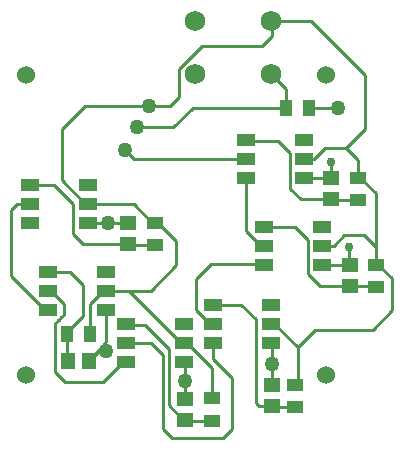
<source format=gbl>
G04*
G04 #@! TF.GenerationSoftware,Altium Limited,Altium Designer,20.0.14 (345)*
G04*
G04 Layer_Physical_Order=2*
G04 Layer_Color=16711680*
%FSLAX25Y25*%
%MOIN*%
G70*
G01*
G75*
%ADD10C,0.01000*%
%ADD21C,0.06890*%
%ADD22C,0.06000*%
%ADD23C,0.05000*%
%ADD24C,0.03000*%
%ADD25R,0.03937X0.05709*%
%ADD26R,0.05709X0.04528*%
%ADD27R,0.04528X0.05709*%
%ADD28R,0.05709X0.03937*%
%ADD29R,0.05906X0.03937*%
D10*
X45921Y75543D02*
X59000D01*
X45764Y75701D02*
X45921Y75543D01*
X49543Y33000D02*
X51500D01*
X46043Y29500D02*
X49543Y33000D01*
X106795Y143000D02*
X120000D01*
X107000Y138000D02*
Y142000D01*
X73000Y114500D02*
X76000Y117500D01*
Y127000D02*
X83500Y134500D01*
X76000Y117500D02*
Y127000D01*
X44500Y114500D02*
X66000D01*
X37000Y107000D02*
X44500Y114500D01*
X44780Y82000D02*
X45764D01*
X37000Y89780D02*
X44780Y82000D01*
X37000Y89780D02*
Y107000D01*
X61000Y97000D02*
X98236D01*
X58000Y100000D02*
X61000Y97000D01*
X80500Y114000D02*
X111760D01*
X74000Y107500D02*
X80500Y114000D01*
X62000Y107500D02*
X74000D01*
X103500Y134500D02*
X107000Y138000D01*
X83500Y134500D02*
X103500D01*
X66000Y114500D02*
X73000D01*
X120000Y143000D02*
X138000Y125000D01*
Y107000D02*
Y125000D01*
X131500Y100500D02*
X138000Y107000D01*
X119240Y114000D02*
X129000D01*
X106795Y125142D02*
X111760Y120177D01*
Y114000D02*
Y120177D01*
X66500Y53000D02*
X75000Y61500D01*
X59280Y53000D02*
X66500D01*
X68000Y75740D02*
X68886D01*
X75000Y69626D01*
Y61500D02*
Y69626D01*
X135500Y90740D02*
X136386D01*
X141500Y85626D01*
Y67500D02*
Y85626D01*
Y61740D02*
X142386D01*
X147000Y57126D01*
Y46500D02*
Y57126D01*
X140500Y40000D02*
X147000Y46500D01*
X115500Y34248D02*
X121252Y40000D01*
X140500D01*
X76780Y35500D02*
X77764D01*
X59280Y53000D02*
X76780Y35500D01*
X51764Y53000D02*
X59280D01*
X22000Y82000D02*
X26236D01*
X20000Y80000D02*
X22000Y82000D01*
X31252Y46701D02*
X32236D01*
X20000Y57953D02*
X31252Y46701D01*
X20000Y57953D02*
Y80000D01*
X26236Y88299D02*
X34201D01*
X40500Y82000D01*
Y72000D02*
Y82000D01*
X44043Y68457D02*
X59000D01*
X40500Y72000D02*
X44043Y68457D01*
X59197Y68260D02*
X68000D01*
X59000Y68457D02*
X59197Y68260D01*
X45764Y82000D02*
X60854D01*
X67114Y75740D01*
X68000D01*
X34500Y26086D02*
Y42000D01*
X35732Y43232D01*
X35810D01*
X36689Y44189D02*
X37500Y45000D01*
X35810Y43232D02*
X36689Y44111D01*
Y44189D01*
X37500Y45000D02*
Y48720D01*
X57252Y29201D02*
X58236D01*
X50551Y22500D02*
X57252Y29201D01*
X34500Y26086D02*
X38086Y22500D01*
X50551D01*
X32236Y53000D02*
X33220D01*
X37500Y48720D01*
X39701Y59299D02*
X44000Y55000D01*
X32236Y59299D02*
X39701D01*
X46240Y48461D02*
X50779Y53000D01*
X46240Y38500D02*
Y48461D01*
X44000Y44626D02*
Y55000D01*
X38760Y38500D02*
Y39386D01*
X44000Y44626D01*
X38760Y29697D02*
Y38500D01*
Y29697D02*
X38957Y29500D01*
X46043D02*
Y30091D01*
X51764Y35811D01*
Y46701D01*
X50779Y53000D02*
X51764D01*
X58236Y35500D02*
X66500D01*
X70500Y31500D01*
Y7000D02*
X73500Y4000D01*
X70500Y7000D02*
Y31500D01*
X73500Y4000D02*
X90500D01*
X93500Y7000D01*
Y24000D01*
X87236Y30264D02*
Y35701D01*
Y30264D02*
X93500Y24000D01*
X58236Y41799D02*
X58535Y41500D01*
X64500D01*
X72500Y14866D02*
Y33500D01*
X64500Y41500D02*
X72500Y33500D01*
X77409Y9957D02*
X78000D01*
X72500Y14866D02*
X77409Y9957D01*
X77764Y35500D02*
X78748D01*
X87000Y27248D01*
Y17240D02*
Y27248D01*
X78000Y9957D02*
X78197Y9760D01*
X87000D01*
X78000Y17043D02*
Y28965D01*
X77764Y29201D02*
X78000Y28965D01*
X103937Y62000D02*
X104236Y61701D01*
X86500Y62000D02*
X103937D01*
X81500Y46752D02*
Y57000D01*
X86500Y62000D01*
X86252Y42000D02*
X87236D01*
X81500Y46752D02*
X86252Y42000D01*
X87236Y48299D02*
X96701D01*
X101500Y43500D01*
Y15500D02*
Y43500D01*
X102543Y14457D02*
X107000D01*
X101500Y15500D02*
X102543Y14457D01*
X107197Y14260D02*
X115500D01*
X107000Y14457D02*
X107197Y14260D01*
X106764Y42000D02*
X107748D01*
X115500Y34248D01*
Y21740D02*
Y34248D01*
X107000Y21543D02*
Y35465D01*
X106764Y35701D02*
X107000Y35465D01*
X103252Y68000D02*
X104236D01*
X98236Y73016D02*
X103252Y68000D01*
X98236Y73016D02*
Y90701D01*
X104236Y74299D02*
X114701D01*
X119000Y70000D01*
Y58500D02*
Y70000D01*
X123043Y54457D02*
X133000D01*
X119000Y58500D02*
X123043Y54457D01*
X133000D02*
X141303D01*
X141500Y54260D01*
Y61740D02*
Y67500D01*
X131000Y71500D02*
X137500D01*
X141500Y67500D01*
X127500Y68000D02*
X131000Y71500D01*
X123764Y68000D02*
X127500D01*
X132843Y61701D02*
X133000Y61543D01*
X132500Y62043D02*
X132843Y61701D01*
X132500Y62043D02*
Y67000D01*
X123764Y61701D02*
X132843D01*
X121000Y97000D02*
X124500Y100500D01*
X117764Y97000D02*
X121000D01*
X124500Y100500D02*
X131500D01*
X135500Y90740D02*
Y96500D01*
X131500Y100500D02*
X135500Y96500D01*
X126500Y90543D02*
Y96000D01*
X98236Y103299D02*
X98535Y103000D01*
X109000D02*
X113000Y99000D01*
X98535Y103000D02*
X109000D01*
X113000Y87000D02*
Y99000D01*
X116543Y83457D02*
X126500D01*
X113000Y87000D02*
X116543Y83457D01*
X126500D02*
X126697Y83260D01*
X135500D01*
X117764Y90701D02*
X126342D01*
X126500Y90543D01*
D21*
X81205Y125142D02*
D03*
X106795D02*
D03*
X81205Y142858D02*
D03*
X106795D02*
D03*
D22*
X125000Y25000D02*
D03*
Y125000D02*
D03*
X25000D02*
D03*
Y25000D02*
D03*
D23*
X52461Y75543D02*
D03*
X51500Y33000D02*
D03*
X62000Y107500D02*
D03*
X58000Y100000D02*
D03*
X66000Y114500D02*
D03*
X129000Y114000D02*
D03*
X78000Y23004D02*
D03*
X107000Y28504D02*
D03*
D24*
X132500Y67500D02*
D03*
X126500Y96000D02*
D03*
D25*
X119240Y114000D02*
D03*
X111760D02*
D03*
X46240Y38500D02*
D03*
X38760D02*
D03*
D26*
X59000Y75543D02*
D03*
Y68457D02*
D03*
X78000Y17043D02*
D03*
Y9957D02*
D03*
X107000Y21543D02*
D03*
Y14457D02*
D03*
X133000Y61543D02*
D03*
Y54457D02*
D03*
X126500Y90543D02*
D03*
Y83457D02*
D03*
D27*
X46043Y29500D02*
D03*
X38957D02*
D03*
D28*
X87000Y17240D02*
D03*
Y9760D02*
D03*
X114500Y21740D02*
D03*
Y14260D02*
D03*
X141500Y61740D02*
D03*
Y54260D02*
D03*
X68000Y75740D02*
D03*
Y68260D02*
D03*
X135500Y90740D02*
D03*
Y83260D02*
D03*
D29*
X77764Y35500D02*
D03*
Y41799D02*
D03*
Y29201D02*
D03*
X58236Y41799D02*
D03*
Y35500D02*
D03*
Y29201D02*
D03*
X51764Y53000D02*
D03*
Y59299D02*
D03*
Y46701D02*
D03*
X32236Y59299D02*
D03*
Y53000D02*
D03*
Y46701D02*
D03*
X117764Y97000D02*
D03*
Y103299D02*
D03*
Y90701D02*
D03*
X98236Y103299D02*
D03*
Y97000D02*
D03*
Y90701D02*
D03*
X123764Y68000D02*
D03*
Y74299D02*
D03*
Y61701D02*
D03*
X104236Y74299D02*
D03*
Y68000D02*
D03*
Y61701D02*
D03*
X106764Y42000D02*
D03*
Y48299D02*
D03*
Y35701D02*
D03*
X87236Y48299D02*
D03*
Y42000D02*
D03*
Y35701D02*
D03*
X45764Y82000D02*
D03*
Y88299D02*
D03*
Y75701D02*
D03*
X26236Y88299D02*
D03*
Y82000D02*
D03*
Y75701D02*
D03*
M02*

</source>
